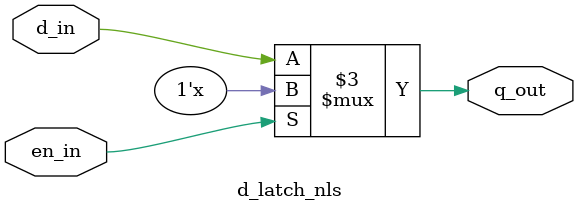
<source format=v>
module d_latch_nls(q_out,en_in,d_in);

input d_in;
input en_in;
output reg q_out;

always@* begin

if (~en_in)  q_out <= d_in;

end
endmodule
</source>
